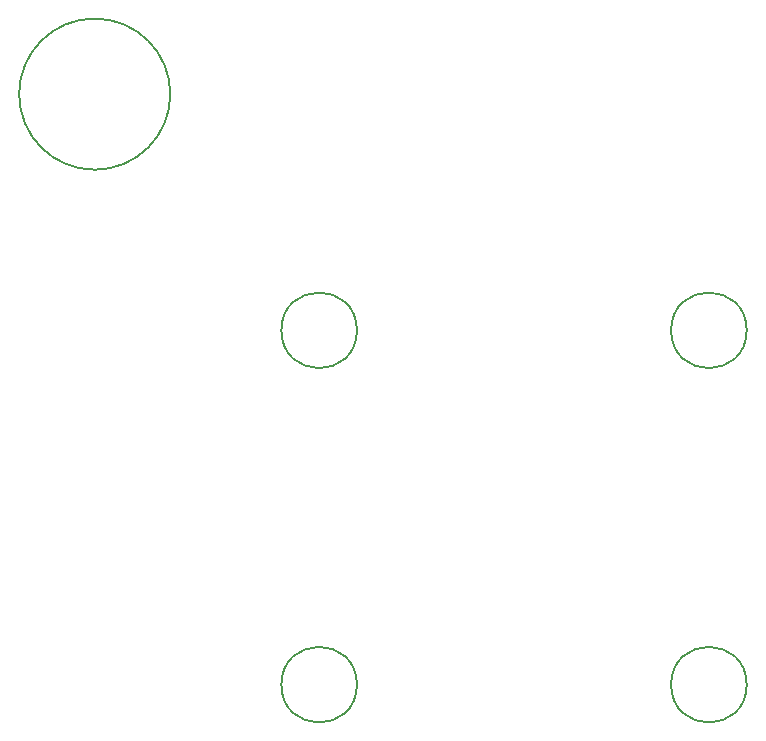
<source format=gbr>
G04 #@! TF.GenerationSoftware,KiCad,Pcbnew,(5.0.0)*
G04 #@! TF.CreationDate,2018-10-11T22:14:57+02:00*
G04 #@! TF.ProjectId,OpenSpritzer_1.2,4F70656E53707269747A65725F312E32,rev?*
G04 #@! TF.SameCoordinates,Original*
G04 #@! TF.FileFunction,Other,Comment*
%FSLAX46Y46*%
G04 Gerber Fmt 4.6, Leading zero omitted, Abs format (unit mm)*
G04 Created by KiCad (PCBNEW (5.0.0)) date 10/11/18 22:14:57*
%MOMM*%
%LPD*%
G01*
G04 APERTURE LIST*
%ADD10C,0.150000*%
G04 APERTURE END LIST*
D10*
G04 #@! TO.C,*
X106400000Y-75000000D02*
G75*
G03X106400000Y-75000000I-6400000J0D01*
G01*
X122200000Y-95000000D02*
G75*
G03X122200000Y-95000000I-3200000J0D01*
G01*
X122200000Y-125000000D02*
G75*
G03X122200000Y-125000000I-3200000J0D01*
G01*
X155200000Y-95000000D02*
G75*
G03X155200000Y-95000000I-3200000J0D01*
G01*
X155200000Y-125000000D02*
G75*
G03X155200000Y-125000000I-3200000J0D01*
G01*
G04 #@! TD*
M02*

</source>
